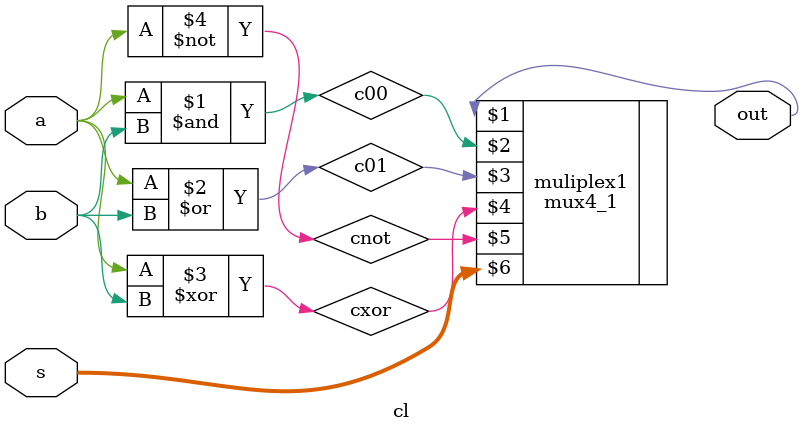
<source format=v>
/*=========================================================================
===========================================================================
    =            Proyecto:      Práctica 1                            =
    =            Archivo:       cl.v                                  =
    =            Autor:         Adrián Epifanio R.H                   =
    =            Fecha:         08/11/2018                            =
    =            Asignatura:    Estructuras de computadores           =
    =            Lenguaje:      Verilog                               = 
===========================================================================          
=========================================================================*/


/*===================================================================
=                            MODULE                                 =
===================================================================*/
module cl(output wire out, input  wire a, b, input wire [1:0] s);

	wire c00, c01, cxor, cnot;
	and	and1(c00, a, b);
	or	or1(c01, a, b);
	xor	puertaxor(cxor, a, b);
	not 	not1(cnot,a);
	
	mux4_1 muliplex1(out, c00, c01, cxor, cnot, s);

endmodule

/*===================================================================*/
/*=========================  End of module  =========================*/
/**
 *
 *
 *   Autor: Adrián Epifanio R.H
 *   Fecha: 08/11/2018
 *
 *
**/


</source>
